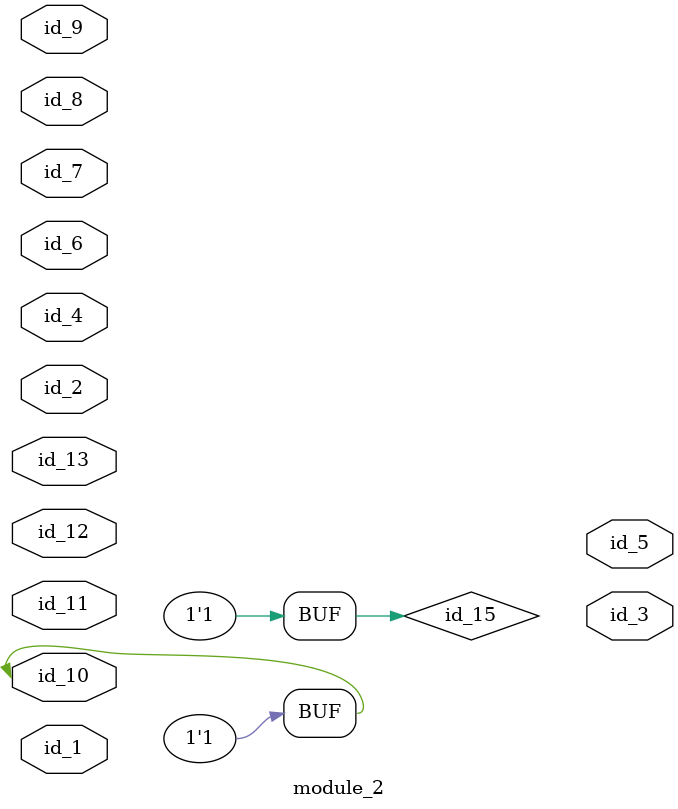
<source format=v>
module module_0 (
    id_1,
    id_2,
    id_3,
    id_4
);
  output wire id_4;
  output wire id_3;
  inout wire id_2;
  input wire id_1;
  wire id_5;
  module_2 modCall_1 (
      id_1,
      id_1,
      id_5,
      id_5,
      id_4,
      id_2,
      id_2,
      id_5,
      id_2,
      id_5,
      id_5,
      id_2,
      id_5
  );
endmodule
module module_1 (
    id_1,
    id_2,
    id_3
);
  inout wire id_3;
  inout wire id_2;
  output wire id_1;
  wire id_4;
  wire id_5;
  assign id_1 = 1;
  module_0 modCall_1 (
      id_4,
      id_4,
      id_5,
      id_4
  );
endmodule
module module_2 (
    id_1,
    id_2,
    id_3,
    id_4,
    id_5,
    id_6,
    id_7,
    id_8,
    id_9,
    id_10,
    id_11,
    id_12,
    id_13
);
  inout wire id_13;
  input wire id_12;
  input wire id_11;
  inout wire id_10;
  inout wire id_9;
  inout wire id_8;
  inout wire id_7;
  input wire id_6;
  output wire id_5;
  inout wire id_4;
  output wire id_3;
  input wire id_2;
  input wire id_1;
  wire id_14;
  tri  id_15 = 1;
  wire id_16;
  wire id_17;
  wire id_18;
  wire id_19;
  wire id_20;
  assign id_15 = id_10;
  wire id_21;
endmodule

</source>
